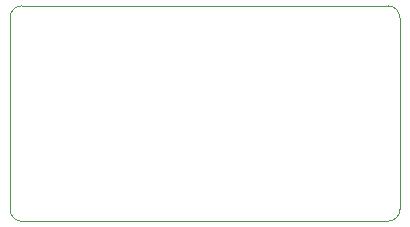
<source format=gm1>
%TF.GenerationSoftware,KiCad,Pcbnew,5.99.0-unknown-3f6811f413~130~ubuntu20.10.1*%
%TF.CreationDate,2021-09-06T20:59:45-07:00*%
%TF.ProjectId,usb_pd,7573625f-7064-42e6-9b69-6361645f7063,rev?*%
%TF.SameCoordinates,Original*%
%TF.FileFunction,Profile,NP*%
%FSLAX46Y46*%
G04 Gerber Fmt 4.6, Leading zero omitted, Abs format (unit mm)*
G04 Created by KiCad (PCBNEW 5.99.0-unknown-3f6811f413~130~ubuntu20.10.1) date 2021-09-06 20:59:45*
%MOMM*%
%LPD*%
G01*
G04 APERTURE LIST*
%TA.AperFunction,Profile*%
%ADD10C,0.050000*%
%TD*%
G04 APERTURE END LIST*
D10*
X112000000Y-108250000D02*
X81000000Y-108250000D01*
X113000000Y-125500000D02*
X113000000Y-109250000D01*
X81000000Y-126500000D02*
X112000000Y-126500000D01*
X80000000Y-109250000D02*
X80000000Y-125500000D01*
X81000000Y-108250000D02*
G75*
G03*
X80000000Y-109250000I0J-1000000D01*
G01*
X80000000Y-125500000D02*
G75*
G03*
X81000000Y-126500000I1000000J0D01*
G01*
X112000000Y-126500000D02*
G75*
G03*
X113000000Y-125500000I0J1000000D01*
G01*
X113000000Y-109250000D02*
G75*
G03*
X112000000Y-108250000I-1000000J0D01*
G01*
M02*

</source>
